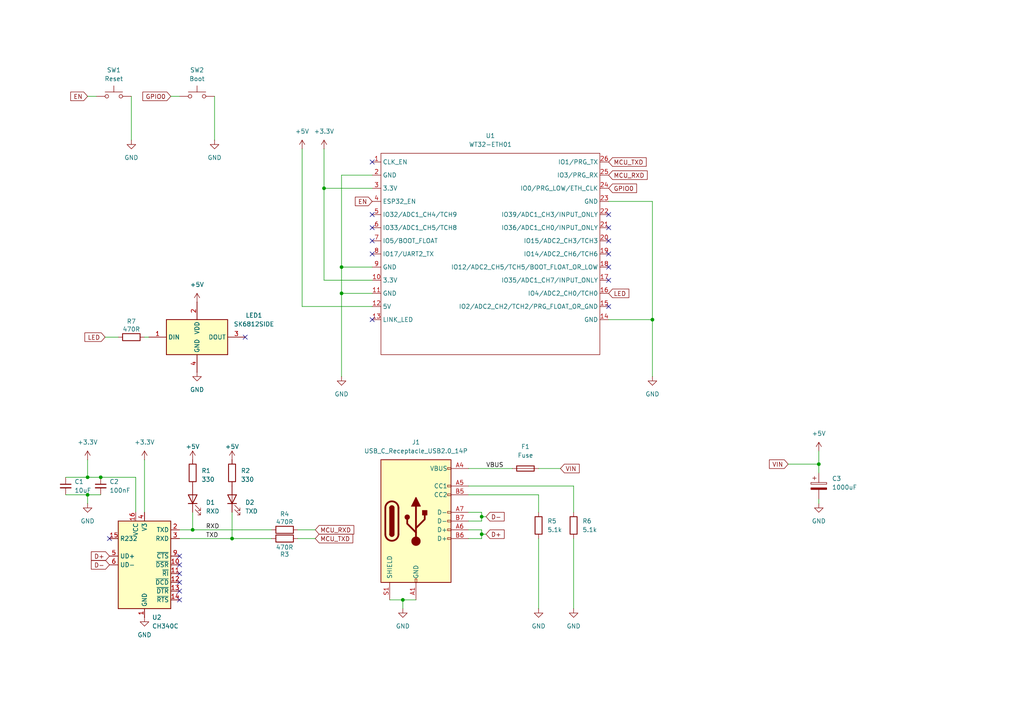
<source format=kicad_sch>
(kicad_sch (version 20231120) (generator "eeschema") (generator_version "8.0")
  (paper "A4")
  (lib_symbols
    (symbol "Connector:USB_C_Receptacle_USB2.0_14P" (pin_names (offset 1.016))
      (property "Reference" "J" (at 0 22.225 0))
      (property "Value" "USB_C_Receptacle_USB2.0_14P" (at 0 19.685 0))
      (symbol "USB_C_Receptacle_USB2.0_14P_0_0"
        (rectangle (start -0.254 -17.78) (end 0.254 -16.764))
        (rectangle (start 10.16 -4.826) (end 9.144 -5.334))
        (rectangle (start 10.16 -2.286) (end 9.144 -2.794))
        (rectangle (start 10.16 0.254) (end 9.144 -0.254))
        (rectangle (start 10.16 2.794) (end 9.144 2.286))
        (rectangle (start 10.16 7.874) (end 9.144 7.366))
        (rectangle (start 10.16 10.414) (end 9.144 9.906))
        (rectangle (start 10.16 15.494) (end 9.144 14.986))
      )
      (symbol "USB_C_Receptacle_USB2.0_14P_0_1"
        (rectangle (start -10.16 17.78) (end 10.16 -17.78) (stroke (width 0.254)) (fill (type background)))
        (arc (start -8.89 -3.81) (mid -6.985 -5.7067) (end -5.08 -3.81) (stroke (width 0.508)))
        (arc (start -7.62 -3.81) (mid -6.985 -4.4423) (end -6.35 -3.81) (stroke (width 0.254)))
        (arc (start -7.62 -3.81) (mid -6.985 -4.4423) (end -6.35 -3.81) (stroke (width 0.254)) (fill (type outline)))
        (rectangle (start -7.62 -3.81) (end -6.35 3.81) (stroke (width 0.254)) (fill (type outline)))
        (arc (start -6.35 3.81) (mid -6.985 4.4423) (end -7.62 3.81) (stroke (width 0.254)))
        (arc (start -6.35 3.81) (mid -6.985 4.4423) (end -7.62 3.81) (stroke (width 0.254)) (fill (type outline)))
        (arc (start -5.08 3.81) (mid -6.985 5.7067) (end -8.89 3.81) (stroke (width 0.508)))
        (circle (center -2.54 1.143) (radius 0.635) (stroke (width 0.254)) (fill (type outline)))
        (circle (center 0 -5.842) (radius 1.27) (fill (type outline)))
        (polyline (pts (xy -8.89 -3.81) (xy -8.89 3.81)) (stroke (width 0.508)))
        (polyline (pts (xy -5.08 3.81) (xy -5.08 -3.81)) (stroke (width 0.508)))
        (polyline (pts (xy 0 -5.842) (xy 0 4.318)) (stroke (width 0.508)))
        (polyline (pts (xy 0 -3.302) (xy -2.54 -0.762) (xy -2.54 0.508)) (stroke (width 0.508)))
        (polyline (pts (xy 0 -2.032) (xy 2.54 0.508) (xy 2.54 1.778)) (stroke (width 0.508)))
        (polyline (pts (xy -1.27 4.318) (xy 0 6.858) (xy 1.27 4.318) (xy -1.27 4.318)) (stroke (width 0.254)) (fill (type outline)))
        (rectangle (start 1.905 1.778) (end 3.175 3.048) (stroke (width 0.254)) (fill (type outline)))
      )
      (symbol "USB_C_Receptacle_USB2.0_14P_1_1"
        (pin passive line (at 0 -22.86 90) (length 5.08) (name "GND") (number "A1"))
        (pin passive line (at 0 -22.86 90) (length 5.08) hide (name "GND") (number "A12"))
        (pin passive line (at 15.24 15.24 180) (length 5.08) (name "VBUS") (number "A4"))
        (pin bidirectional line (at 15.24 10.16 180) (length 5.08) (name "CC1") (number "A5"))
        (pin bidirectional line (at 15.24 -2.54 180) (length 5.08) (name "D+") (number "A6"))
        (pin bidirectional line (at 15.24 2.54 180) (length 5.08) (name "D-") (number "A7"))
        (pin passive line (at 15.24 15.24 180) (length 5.08) hide (name "VBUS") (number "A9"))
        (pin passive line (at 0 -22.86 90) (length 5.08) hide (name "GND") (number "B1"))
        (pin passive line (at 0 -22.86 90) (length 5.08) hide (name "GND") (number "B12"))
        (pin passive line (at 15.24 15.24 180) (length 5.08) hide (name "VBUS") (number "B4"))
        (pin bidirectional line (at 15.24 7.62 180) (length 5.08) (name "CC2") (number "B5"))
        (pin bidirectional line (at 15.24 -5.08 180) (length 5.08) (name "D+") (number "B6"))
        (pin bidirectional line (at 15.24 0 180) (length 5.08) (name "D-") (number "B7"))
        (pin passive line (at 15.24 15.24 180) (length 5.08) hide (name "VBUS") (number "B9"))
        (pin passive line (at -7.62 -22.86 90) (length 5.08) (name "SHIELD") (number "S1"))
      )
    )
    (symbol "Device:C_Polarized" (pin_numbers hide) (pin_names (offset 0.254))
      (property "Reference" "C" (at 0.635 2.54 0))
      (property "Value" "C_Polarized" (at 0.635 -2.54 0))
      (symbol "C_Polarized_0_1"
        (rectangle (start -2.286 0.508) (end 2.286 1.016))
        (polyline (pts (xy -1.778 2.286) (xy -0.762 2.286)))
        (polyline (pts (xy -1.27 2.794) (xy -1.27 1.778)))
        (rectangle (start 2.286 -0.508) (end -2.286 -1.016) (fill (type outline)))
      )
      (symbol "C_Polarized_1_1"
        (pin passive line (at 0 3.81 270) (length 2.794) (name "~") (number "1"))
        (pin passive line (at 0 -3.81 90) (length 2.794) (name "~") (number "2"))
      )
    )
    (symbol "Device:C_Small" (pin_numbers hide) (pin_names (offset 0.254) hide)
      (property "Reference" "C" (at 0.254 1.778 0))
      (property "Value" "C_Small" (at 0.254 -2.032 0))
      (symbol "C_Small_0_1"
        (polyline (pts (xy -1.524 -0.508) (xy 1.524 -0.508)) (stroke (width 0.3302)))
        (polyline (pts (xy -1.524 0.508) (xy 1.524 0.508)) (stroke (width 0.3048)))
      )
      (symbol "C_Small_1_1"
        (pin passive line (at 0 2.54 270) (length 2.032) (name "~") (number "1"))
        (pin passive line (at 0 -2.54 90) (length 2.032) (name "~") (number "2"))
      )
    )
    (symbol "Device:Fuse" (pin_numbers hide) (pin_names (offset 0))
      (property "Reference" "F" (at 2.032 0 90))
      (property "Value" "Fuse" (at -1.905 0 90))
      (symbol "Fuse_0_1"
        (rectangle (start -0.762 -2.54) (end 0.762 2.54) (stroke (width 0.254)))
        (polyline (pts (xy 0 2.54) (xy 0 -2.54)))
      )
      (symbol "Fuse_1_1"
        (pin passive line (at 0 3.81 270) (length 1.27) (name "~") (number "1"))
        (pin passive line (at 0 -3.81 90) (length 1.27) (name "~") (number "2"))
      )
    )
    (symbol "Device:LED" (pin_numbers hide) (pin_names (offset 1.016) hide)
      (property "Reference" "D" (at 0 2.54 0))
      (property "Value" "LED" (at 0 -2.54 0))
      (symbol "LED_0_1"
        (polyline (pts (xy -1.27 -1.27) (xy -1.27 1.27)) (stroke (width 0.254)))
        (polyline (pts (xy -1.27 0) (xy 1.27 0)))
        (polyline (pts (xy 1.27 -1.27) (xy 1.27 1.27) (xy -1.27 0) (xy 1.27 -1.27)) (stroke (width 0.254)))
        (polyline (pts (xy -3.048 -0.762) (xy -4.572 -2.286) (xy -3.81 -2.286) (xy -4.572 -2.286) (xy -4.572 -1.524)))
        (polyline (pts (xy -1.778 -0.762) (xy -3.302 -2.286) (xy -2.54 -2.286) (xy -3.302 -2.286) (xy -3.302 -1.524)))
      )
      (symbol "LED_1_1"
        (pin passive line (at -3.81 0 0) (length 2.54) (name "K") (number "1"))
        (pin passive line (at 3.81 0 180) (length 2.54) (name "A") (number "2"))
      )
    )
    (symbol "Device:R" (pin_numbers hide) (pin_names (offset 0))
      (property "Reference" "R" (at 2.032 0 90))
      (property "Value" "R" (at 0 0 90))
      (symbol "R_0_1"
        (rectangle (start -1.016 -2.54) (end 1.016 2.54) (stroke (width 0.254)))
      )
      (symbol "R_1_1"
        (pin passive line (at 0 3.81 270) (length 1.27) (name "~") (number "1"))
        (pin passive line (at 0 -3.81 90) (length 1.27) (name "~") (number "2"))
      )
    )
    (symbol "Interface_USB:CH340C"
      (property "Reference" "U" (at -5.08 13.97 0))
      (property "Value" "CH340C" (at 1.27 13.97 0))
      (symbol "CH340C_0_1"
        (rectangle (start -7.62 12.7) (end 7.62 -12.7) (stroke (width 0.254)) (fill (type background)))
      )
      (symbol "CH340C_1_1"
        (pin power_in line (at 0 -15.24 90) (length 2.54) (name "GND") (number "1"))
        (pin input line (at 10.16 0 180) (length 2.54) (name "~{DSR}") (number "10"))
        (pin input line (at 10.16 -2.54 180) (length 2.54) (name "~{RI}") (number "11"))
        (pin input line (at 10.16 -5.08 180) (length 2.54) (name "~{DCD}") (number "12"))
        (pin output line (at 10.16 -7.62 180) (length 2.54) (name "~{DTR}") (number "13"))
        (pin output line (at 10.16 -10.16 180) (length 2.54) (name "~{RTS}") (number "14"))
        (pin input line (at -10.16 7.62 0) (length 2.54) (name "R232") (number "15"))
        (pin power_in line (at -2.54 15.24 270) (length 2.54) (name "VCC") (number "16"))
        (pin output line (at 10.16 10.16 180) (length 2.54) (name "TXD") (number "2"))
        (pin input line (at 10.16 7.62 180) (length 2.54) (name "RXD") (number "3"))
        (pin power_out line (at 0 15.24 270) (length 2.54) (name "V3") (number "4"))
        (pin bidirectional line (at -10.16 2.54 0) (length 2.54) (name "UD+") (number "5"))
        (pin bidirectional line (at -10.16 0 0) (length 2.54) (name "UD-") (number "6"))
        (pin no_connect line (at -7.62 -5.08 0) (length 2.54) hide (name "NC") (number "7"))
        (pin no_connect line (at -7.62 -7.62 0) (length 2.54) hide (name "NC") (number "8"))
        (pin input line (at 10.16 2.54 180) (length 2.54) (name "~{CTS}") (number "9"))
      )
    )
    (symbol "SK6812SIDE:SK6812SIDE"
      (property "Reference" "LED" (at -9.144 7.366 0))
      (property "Value" "SK6812SIDE" (at 0.508 -5.842 0))
      (symbol "SK6812SIDE_1_1"
        (rectangle (start -8.89 5.08) (end 8.89 -5.08) (stroke (width 0.254)) (fill (type background)))
        (pin passive line (at -13.97 0 0) (length 5.08) (name "DIN") (number "1"))
        (pin passive line (at 0 10.16 270) (length 5.08) (name "VDD") (number "2"))
        (pin passive line (at 13.97 0 180) (length 5.08) (name "DOUT") (number "3"))
        (pin passive line (at 0 -10.16 90) (length 5.08) (name "GND") (number "4"))
      )
    )
    (symbol "Switch:SW_Push" (pin_numbers hide) (pin_names (offset 1.016) hide)
      (property "Reference" "SW" (at 1.27 2.54 0))
      (property "Value" "SW_Push" (at 0 -1.524 0))
      (symbol "SW_Push_0_1"
        (circle (center -2.032 0) (radius 0.508))
        (polyline (pts (xy 0 1.27) (xy 0 3.048)))
        (polyline (pts (xy 2.54 1.27) (xy -2.54 1.27)))
        (circle (center 2.032 0) (radius 0.508))
        (pin passive line (at -5.08 0 0) (length 2.54) (name "1") (number "1"))
        (pin passive line (at 5.08 0 180) (length 2.54) (name "2") (number "2"))
      )
    )
    (symbol "WT32-ETH01:WT32-ETH01"
      (property "Reference" "U" (at 0 -22.86 0))
      (property "Value" "WT32-ETH01" (at 0 -25.4 0))
      (symbol "WT32-ETH01_0_1"
        (rectangle (start -31.75 29.21) (end 31.75 -29.21))
      )
      (symbol "WT32-ETH01_1_1"
        (pin bidirectional line (at -34.29 26.67 0) (length 2.54) (name "CLK_EN") (number "1"))
        (pin power_out line (at -34.29 -7.62 0) (length 2.54) (name "3.3V") (number "10"))
        (pin power_in line (at -34.29 -11.43 0) (length 2.54) (name "GND") (number "11"))
        (pin power_in line (at -34.29 -15.24 0) (length 2.54) (name "5V") (number "12"))
        (pin output line (at -34.29 -19.05 0) (length 2.54) (name "LINK_LED") (number "13"))
        (pin power_in line (at 34.29 -19.05 180) (length 2.54) (name "GND") (number "14"))
        (pin bidirectional line (at 34.29 -15.24 180) (length 2.54) (name "IO2/ADC2_CH2/TCH2/PRG_FLOAT_OR_GND") (number "15"))
        (pin bidirectional line (at 34.29 -11.43 180) (length 2.54) (name "IO4/ADC2_CH0/TCH0") (number "16"))
        (pin input line (at 34.29 -7.62 180) (length 2.54) (name "IO35/ADC1_CH7/INPUT_ONLY") (number "17"))
        (pin bidirectional line (at 34.29 -3.81 180) (length 2.54) (name "IO12/ADC2_CH5/TCH5/BOOT_FLOAT_OR_LOW") (number "18"))
        (pin bidirectional line (at 34.29 0 180) (length 2.54) (name "IO14/ADC2_CH6/TCH6") (number "19"))
        (pin power_in line (at -34.29 22.86 0) (length 2.54) (name "GND") (number "2"))
        (pin bidirectional line (at 34.29 3.81 180) (length 2.54) (name "IO15/ADC2_CH3/TCH3") (number "20"))
        (pin input line (at 34.29 7.62 180) (length 2.54) (name "IO36/ADC1_CH0/INPUT_ONLY") (number "21"))
        (pin input line (at 34.29 11.43 180) (length 2.54) (name "IO39/ADC1_CH3/INPUT_ONLY") (number "22"))
        (pin power_in line (at 34.29 15.24 180) (length 2.54) (name "GND") (number "23"))
        (pin bidirectional line (at 34.29 19.05 180) (length 2.54) (name "IO0/PRG_LOW/ETH_CLK") (number "24"))
        (pin bidirectional line (at 34.29 22.86 180) (length 2.54) (name "IO3/PRG_RX") (number "25"))
        (pin bidirectional line (at 34.29 26.67 180) (length 2.54) (name "IO1/PRG_TX") (number "26"))
        (pin power_out line (at -34.29 19.05 0) (length 2.54) (name "3.3V") (number "3"))
        (pin bidirectional line (at -34.29 15.24 0) (length 2.54) (name "ESP32_EN") (number "4"))
        (pin bidirectional line (at -34.29 11.43 0) (length 2.54) (name "IO32/ADC1_CH4/TCH9") (number "5"))
        (pin bidirectional line (at -34.29 7.62 0) (length 2.54) (name "IO33/ADC1_CH5/TCH8") (number "6"))
        (pin bidirectional line (at -34.29 3.81 0) (length 2.54) (name "IO5/BOOT_FLOAT") (number "7"))
        (pin bidirectional line (at -34.29 0 0) (length 2.54) (name "IO17/UART2_TX") (number "8"))
        (pin power_in line (at -34.29 -3.81 0) (length 2.54) (name "GND") (number "9"))
      )
    )
    (symbol "power:+3.3V" (power) (pin_numbers hide) (pin_names (offset 0) hide)
      (property "Value" "+3.3V" (at 0 3.556 0))
      (symbol "+3.3V_0_1"
        (polyline (pts (xy -0.762 1.27) (xy 0 2.54)))
        (polyline (pts (xy 0 0) (xy 0 2.54)))
        (polyline (pts (xy 0 2.54) (xy 0.762 1.27)))
      )
      (symbol "+3.3V_1_1"
        (pin power_in line (at 0 0 90) (length 0) (name "~") (number "1"))
      )
    )
    (symbol "power:+5V" (power) (pin_numbers hide) (pin_names (offset 0) hide)
      (property "Value" "+5V" (at 0 3.556 0))
      (symbol "+5V_0_1"
        (polyline (pts (xy -0.762 1.27) (xy 0 2.54)))
        (polyline (pts (xy 0 0) (xy 0 2.54)))
        (polyline (pts (xy 0 2.54) (xy 0.762 1.27)))
      )
      (symbol "+5V_1_1"
        (pin power_in line (at 0 0 90) (length 0) (name "~") (number "1"))
      )
    )
    (symbol "power:GND" (power) (pin_numbers hide) (pin_names (offset 0) hide)
      (property "Value" "GND" (at 0 -3.81 0))
      (symbol "GND_0_1"
        (polyline (pts (xy 0 0) (xy 0 -1.27) (xy 1.27 -1.27) (xy 0 -2.54) (xy -1.27 -1.27) (xy 0 -1.27)))
      )
      (symbol "GND_1_1"
        (pin power_in line (at 0 0 270) (length 0) (name "~") (number "1"))
      )
    )
  )
  (junction (at 93.98 54.61))
  (junction (at 25.4 143.51))
  (junction (at 99.06 77.47))
  (junction (at 29.21 138.43))
  (junction (at 139.7 154.94))
  (junction (at 189.23 92.71))
  (junction (at 237.49 134.62))
  (junction (at 116.84 173.99))
  (junction (at 99.06 85.09))
  (junction (at 25.4 138.43))
  (junction (at 67.31 156.21))
  (junction (at 55.88 153.67))
  (junction (at 139.7 149.86))
  (no_connect (at 52.07 171.45))
  (no_connect (at 176.53 88.9))
  (no_connect (at 52.07 168.91))
  (no_connect (at 107.95 69.85))
  (no_connect (at 176.53 81.28))
  (no_connect (at 176.53 69.85))
  (no_connect (at 31.75 156.21))
  (no_connect (at 107.95 73.66))
  (no_connect (at 71.12 97.79))
  (no_connect (at 52.07 163.83))
  (no_connect (at 52.07 173.99))
  (no_connect (at 176.53 73.66))
  (no_connect (at 176.53 66.04))
  (no_connect (at 107.95 62.23))
  (no_connect (at 176.53 77.47))
  (no_connect (at 107.95 92.71))
  (no_connect (at 107.95 46.99))
  (no_connect (at 176.53 62.23))
  (no_connect (at 52.07 161.29))
  (no_connect (at 107.95 66.04))
  (no_connect (at 52.07 166.37))
  (wire (pts (xy 156.21 143.51) (xy 135.89 143.51)))
  (wire (pts (xy 25.4 27.94) (xy 27.94 27.94)))
  (wire (pts (xy 99.06 85.09) (xy 99.06 109.22)))
  (wire (pts (xy 86.36 156.21) (xy 91.44 156.21)))
  (wire (pts (xy 52.07 156.21) (xy 67.31 156.21)))
  (wire (pts (xy 116.84 173.99) (xy 120.65 173.99)))
  (wire (pts (xy 93.98 54.61) (xy 107.95 54.61)))
  (wire (pts (xy 176.53 92.71) (xy 189.23 92.71)))
  (wire (pts (xy 93.98 81.28) (xy 107.95 81.28)))
  (wire (pts (xy 237.49 144.78) (xy 237.49 146.05)))
  (wire (pts (xy 62.23 27.94) (xy 62.23 40.64)))
  (wire (pts (xy 139.7 154.94) (xy 140.97 154.94)))
  (wire (pts (xy 99.06 50.8) (xy 99.06 77.47)))
  (wire (pts (xy 113.03 173.99) (xy 116.84 173.99)))
  (wire (pts (xy 139.7 154.94) (xy 139.7 153.67)))
  (wire (pts (xy 237.49 137.16) (xy 237.49 134.62)))
  (wire (pts (xy 107.95 50.8) (xy 99.06 50.8)))
  (wire (pts (xy 87.63 43.18) (xy 87.63 88.9)))
  (wire (pts (xy 25.4 143.51) (xy 29.21 143.51)))
  (wire (pts (xy 30.48 97.79) (xy 34.29 97.79)))
  (wire (pts (xy 52.07 153.67) (xy 55.88 153.67)))
  (wire (pts (xy 29.21 138.43) (xy 25.4 138.43)))
  (wire (pts (xy 176.53 58.42) (xy 189.23 58.42)))
  (wire (pts (xy 99.06 85.09) (xy 107.95 85.09)))
  (wire (pts (xy 139.7 149.86) (xy 140.97 149.86)))
  (wire (pts (xy 39.37 148.59) (xy 39.37 138.43)))
  (wire (pts (xy 139.7 149.86) (xy 139.7 151.13)))
  (wire (pts (xy 139.7 151.13) (xy 135.89 151.13)))
  (wire (pts (xy 156.21 135.89) (xy 162.56 135.89)))
  (wire (pts (xy 139.7 153.67) (xy 135.89 153.67)))
  (wire (pts (xy 99.06 77.47) (xy 99.06 85.09)))
  (wire (pts (xy 237.49 130.81) (xy 237.49 134.62)))
  (wire (pts (xy 156.21 156.21) (xy 156.21 176.53)))
  (wire (pts (xy 25.4 133.35) (xy 25.4 138.43)))
  (wire (pts (xy 166.37 156.21) (xy 166.37 176.53)))
  (wire (pts (xy 189.23 58.42) (xy 189.23 92.71)))
  (wire (pts (xy 99.06 77.47) (xy 107.95 77.47)))
  (wire (pts (xy 87.63 88.9) (xy 107.95 88.9)))
  (wire (pts (xy 41.91 97.79) (xy 43.18 97.79)))
  (wire (pts (xy 29.21 138.43) (xy 39.37 138.43)))
  (wire (pts (xy 67.31 148.59) (xy 67.31 156.21)))
  (wire (pts (xy 93.98 43.18) (xy 93.98 54.61)))
  (wire (pts (xy 38.1 27.94) (xy 38.1 40.64)))
  (wire (pts (xy 166.37 148.59) (xy 166.37 140.97)))
  (wire (pts (xy 135.89 135.89) (xy 148.59 135.89)))
  (wire (pts (xy 166.37 140.97) (xy 135.89 140.97)))
  (wire (pts (xy 49.53 27.94) (xy 52.07 27.94)))
  (wire (pts (xy 55.88 148.59) (xy 55.88 153.67)))
  (wire (pts (xy 116.84 173.99) (xy 116.84 176.53)))
  (wire (pts (xy 228.6 134.62) (xy 237.49 134.62)))
  (wire (pts (xy 55.88 153.67) (xy 78.74 153.67)))
  (wire (pts (xy 139.7 148.59) (xy 139.7 149.86)))
  (wire (pts (xy 135.89 156.21) (xy 139.7 156.21)))
  (wire (pts (xy 189.23 92.71) (xy 189.23 109.22)))
  (wire (pts (xy 25.4 143.51) (xy 25.4 146.05)))
  (wire (pts (xy 93.98 54.61) (xy 93.98 81.28)))
  (wire (pts (xy 86.36 153.67) (xy 91.44 153.67)))
  (wire (pts (xy 67.31 156.21) (xy 78.74 156.21)))
  (wire (pts (xy 19.05 143.51) (xy 25.4 143.51)))
  (wire (pts (xy 25.4 138.43) (xy 19.05 138.43)))
  (wire (pts (xy 135.89 148.59) (xy 139.7 148.59)))
  (wire (pts (xy 139.7 156.21) (xy 139.7 154.94)))
  (wire (pts (xy 156.21 148.59) (xy 156.21 143.51)))
  (wire (pts (xy 41.91 133.35) (xy 41.91 148.59)))
  (label "RXD" (at 59.69 153.67 0))
  (label "VBUS" (at 140.97 135.89 0))
  (label "TXD" (at 59.69 156.21 0))
  (global_label "VIN" (shape input) (at 162.56 135.89 0) (property "Intersheetrefs" "${INTERSHEET_REFS}" (effects (hide yes))))
  (global_label "GPIO0" (shape input) (at 49.53 27.94 180) (property "Intersheetrefs" "${INTERSHEET_REFS}" (effects (hide yes))))
  (global_label "EN" (shape input) (at 25.4 27.94 180) (property "Intersheetrefs" "${INTERSHEET_REFS}" (effects (hide yes))))
  (global_label "LED" (shape input) (at 176.53 85.09 0) (property "Intersheetrefs" "${INTERSHEET_REFS}" (effects (hide yes))))
  (global_label "MCU_RXD" (shape input) (at 176.53 50.8 0) (property "Intersheetrefs" "${INTERSHEET_REFS}" (effects (hide yes))))
  (global_label "EN" (shape input) (at 107.95 58.42 180) (property "Intersheetrefs" "${INTERSHEET_REFS}" (effects (hide yes))))
  (global_label "MCU_RXD" (shape input) (at 91.44 153.67 0) (property "Intersheetrefs" "${INTERSHEET_REFS}" (effects (hide yes))))
  (global_label "D+" (shape input) (at 140.97 154.94 0) (property "Intersheetrefs" "${INTERSHEET_REFS}" (effects (hide yes))))
  (global_label "GPIO0" (shape input) (at 176.53 54.61 0) (property "Intersheetrefs" "${INTERSHEET_REFS}" (effects (hide yes))))
  (global_label "MCU_TXD" (shape input) (at 176.53 46.99 0) (property "Intersheetrefs" "${INTERSHEET_REFS}" (effects (hide yes))))
  (global_label "MCU_TXD" (shape input) (at 91.44 156.21 0) (property "Intersheetrefs" "${INTERSHEET_REFS}" (effects (hide yes))))
  (global_label "LED" (shape input) (at 30.48 97.79 180) (property "Intersheetrefs" "${INTERSHEET_REFS}" (effects (hide yes))))
  (global_label "D+" (shape input) (at 31.75 161.29 180) (property "Intersheetrefs" "${INTERSHEET_REFS}" (effects (hide yes))))
  (global_label "VIN" (shape input) (at 228.6 134.62 180) (property "Intersheetrefs" "${INTERSHEET_REFS}" (effects (hide yes))))
  (global_label "D-" (shape input) (at 140.97 149.86 0) (property "Intersheetrefs" "${INTERSHEET_REFS}" (effects (hide yes))))
  (global_label "D-" (shape input) (at 31.75 163.83 180) (property "Intersheetrefs" "${INTERSHEET_REFS}" (effects (hide yes))))
  (symbol (lib_id "Device:R") (at 82.55 153.67 90) (unit 1)
    (property "Reference" "R4" (at 82.55 149.098 90))
    (property "Value" "470R" (at 82.55 151.384 90))
    (property "Footprint" "Resistor_SMD:R_0805_2012Metric_Pad1.20x1.40mm_HandSolder" (effects (hide yes)))
    (property "Description" "Resistor" (effects (hide yes)))
  )
  (symbol (lib_id "power:GND") (at 99.06 109.22 0) (unit 1)
    (property "Reference" "#PWR03" (effects (hide yes)))
    (property "Value" "GND" (at 99.06 114.3 0))
    (property "Description" "Power symbol creates a global label with name \"GND\" , ground" (effects (hide yes)))
  )
  (symbol (lib_id "power:GND") (at 189.23 109.22 0) (unit 1)
    (property "Reference" "#PWR05" (effects (hide yes)))
    (property "Value" "GND" (at 189.23 114.3 0))
    (property "Description" "Power symbol creates a global label with name \"GND\" , ground" (effects (hide yes)))
  )
  (symbol (lib_id "Device:C_Small") (at 19.05 140.97 0) (unit 1)
    (property "Reference" "C1" (at 21.59 139.7062 0) (effects (justify left)))
    (property "Value" "10uF" (at 21.59 142.2462 0) (effects (justify left)))
    (property "Footprint" "Capacitor_SMD:C_0805_2012Metric_Pad1.18x1.45mm_HandSolder" (effects (hide yes)))
    (property "Description" "Unpolarized capacitor, small symbol" (effects (hide yes)))
  )
  (symbol (lib_id "WT32-ETH01:WT32-ETH01") (at 142.24 73.66 0) (unit 1)
    (property "Reference" "U1" (at 142.24 39.37 0))
    (property "Value" "WT32-ETH01" (at 142.24 41.91 0))
    (property "Footprint" "WT32-ETH01:WT32-ETH01" (effects (hide yes)))
    (property "Description" "An ESP32 Dev board with onboard ethernet. Produced by wireless-tag." (effects (hide yes)))
  )
  (symbol (lib_id "power:+5V") (at 67.31 133.35 0) (unit 1)
    (property "Reference" "#PWR019" (effects (hide yes)))
    (property "Value" "+5V" (at 67.31 129.54 0))
  )
  (symbol (lib_id "Device:R") (at 156.21 152.4 180) (unit 1)
    (property "Reference" "R5" (at 158.75 151.1299 0) (effects (justify right)))
    (property "Value" "5.1k" (at 158.75 153.6699 0) (effects (justify right)))
    (property "Footprint" "Resistor_SMD:R_0805_2012Metric_Pad1.20x1.40mm_HandSolder" (effects (hide yes)))
    (property "Description" "Resistor" (effects (hide yes)))
  )
  (symbol (lib_id "Device:C_Small") (at 29.21 140.97 0) (unit 1)
    (property "Reference" "C2" (at 31.75 139.7062 0) (effects (justify left)))
    (property "Value" "100nF" (at 31.75 142.2462 0) (effects (justify left)))
    (property "Footprint" "Capacitor_SMD:C_0805_2012Metric_Pad1.18x1.45mm_HandSolder" (effects (hide yes)))
    (property "Description" "Unpolarized capacitor, small symbol" (effects (hide yes)))
  )
  (symbol (lib_id "power:+3.3V") (at 25.4 133.35 0) (unit 1)
    (property "Reference" "#PWR08" (effects (hide yes)))
    (property "Value" "+3.3V" (at 25.4 128.27 0))
    (property "Description" "Power symbol creates a global label with name \"+3.3V\"" (effects (hide yes)))
  )
  (symbol (lib_id "Device:C_Polarized") (at 237.49 140.97 0) (unit 1)
    (property "Reference" "C3" (at 241.3 138.8109 0) (effects (justify left)))
    (property "Value" "1000uF" (at 241.3 141.3509 0) (effects (justify left)))
    (property "Footprint" "Capacitor_SMD:C_Elec_10x10.2" (effects (hide yes)))
    (property "Description" "Polarized capacitor" (effects (hide yes)))
  )
  (symbol (lib_id "power:GND") (at 25.4 146.05 0) (unit 1)
    (property "Reference" "#PWR02" (effects (hide yes)))
    (property "Value" "GND" (at 25.4 151.13 0))
    (property "Description" "Power symbol creates a global label with name \"GND\" , ground" (effects (hide yes)))
  )
  (symbol (lib_id "power:+5V") (at 237.49 130.81 0) (unit 1)
    (property "Reference" "#PWR011" (effects (hide yes)))
    (property "Value" "+5V" (at 237.49 125.73 0))
    (property "Description" "Power symbol creates a global label with name \"+5V\"" (effects (hide yes)))
  )
  (symbol (lib_id "power:+5V") (at 55.88 133.35 0) (unit 1)
    (property "Reference" "#PWR018" (effects (hide yes)))
    (property "Value" "+5V" (at 55.88 129.54 0))
  )
  (symbol (lib_id "power:GND") (at 237.49 146.05 0) (unit 1)
    (property "Reference" "#PWR012" (effects (hide yes)))
    (property "Value" "GND" (at 237.49 151.13 0))
    (property "Description" "Power symbol creates a global label with name \"GND\" , ground" (effects (hide yes)))
  )
  (symbol (lib_id "Switch:SW_Push") (at 57.15 27.94 0) (unit 1)
    (property "Reference" "SW2" (at 57.15 20.32 0))
    (property "Value" "Boot" (at 57.15 22.86 0))
    (property "Footprint" "Pushbutton 3x4x2mm:Pushbutton 3x4x2mm" (effects (hide yes)))
    (property "Description" "Push button switch, generic, two pins" (effects (hide yes)))
  )
  (symbol (lib_id "power:GND") (at 57.15 107.95 0) (unit 1)
    (property "Reference" "#PWR016" (effects (hide yes)))
    (property "Value" "GND" (at 57.15 113.03 0))
    (property "Description" "Power symbol creates a global label with name \"GND\" , ground" (effects (hide yes)))
  )
  (symbol (lib_id "Device:LED") (at 55.88 144.78 90) (unit 1)
    (property "Reference" "D1" (at 59.69 145.7325 90) (effects (justify right)))
    (property "Value" "RXD" (at 59.69 148.2725 90) (effects (justify right)))
    (property "Footprint" "LED_SMD:LED_0805_2012Metric" (effects (hide yes)))
    (property "LCSC Part #" "C131244" (effects (hide yes)))
  )
  (symbol (lib_id "power:+3.3V") (at 41.91 133.35 0) (unit 1)
    (property "Reference" "#PWR017" (effects (hide yes)))
    (property "Value" "+3.3V" (at 41.91 128.27 0))
    (property "Description" "Power symbol creates a global label with name \"+3.3V\"" (effects (hide yes)))
  )
  (symbol (lib_id "SK6812SIDE:SK6812SIDE") (at 57.15 97.79 0) (unit 1)
    (property "Reference" "LED1" (at 73.66 91.4714 0))
    (property "Value" "SK6812SIDE" (at 73.66 94.0114 0))
    (property "Footprint" "SK6812SIDE:SK6812SIDE" (effects (hide yes)))
    (property "Datasheet" "https://www.lcsc.com/product-detail/Light-Emitting-Diodes-LED_OPSCO-Optoelectronics-SK6812SIDE-A-RVS_C2890037.html" (effects (hide yes)))
    (property "Description" "SMD,2x4mm RGB LEDs(Built-in IC) ROHS" (effects (hide yes)))
    (property "Height" "1.6" (effects (hide yes)))
    (property "Manufacturer_Name" "Opsco" (effects (hide yes)))
    (property "Manufacturer_Part_Number" "SK6812SIDE" (effects (hide yes)))
  )
  (symbol (lib_id "power:GND") (at 116.84 176.53 0) (unit 1)
    (property "Reference" "#PWR01" (effects (hide yes)))
    (property "Value" "GND" (at 116.84 181.61 0))
    (property "Description" "Power symbol creates a global label with name \"GND\" , ground" (effects (hide yes)))
  )
  (symbol (lib_id "Switch:SW_Push") (at 33.02 27.94 0) (unit 1)
    (property "Reference" "SW1" (at 33.02 20.32 0))
    (property "Value" "Reset" (at 33.02 22.86 0))
    (property "Footprint" "Pushbutton 3x4x2mm:Pushbutton 3x4x2mm" (effects (hide yes)))
    (property "Description" "Push button switch, generic, two pins" (effects (hide yes)))
  )
  (symbol (lib_id "power:+5V") (at 57.15 87.63 0) (unit 1)
    (property "Reference" "#PWR015" (effects (hide yes)))
    (property "Value" "+5V" (at 57.15 82.55 0))
    (property "Description" "Power symbol creates a global label with name \"+5V\"" (effects (hide yes)))
  )
  (symbol (lib_id "Device:R") (at 82.55 156.21 90) (unit 1)
    (property "Reference" "R3" (at 82.55 160.782 90))
    (property "Value" "470R" (at 82.55 158.75 90))
    (property "Footprint" "Resistor_SMD:R_0805_2012Metric_Pad1.20x1.40mm_HandSolder" (effects (hide yes)))
    (property "Description" "Resistor" (effects (hide yes)))
  )
  (symbol (lib_id "Device:R") (at 38.1 97.79 90) (unit 1)
    (property "Reference" "R7" (at 38.1 93.218 90))
    (property "Value" "470R" (at 38.1 95.504 90))
    (property "Footprint" "Resistor_SMD:R_0805_2012Metric_Pad1.20x1.40mm_HandSolder" (effects (hide yes)))
    (property "Description" "Resistor" (effects (hide yes)))
  )
  (symbol (lib_id "power:+5V") (at 87.63 43.18 0) (unit 1)
    (property "Reference" "#PWR07" (effects (hide yes)))
    (property "Value" "+5V" (at 87.63 38.1 0))
    (property "Description" "Power symbol creates a global label with name \"+5V\"" (effects (hide yes)))
  )
  (symbol (lib_id "power:GND") (at 41.91 179.07 0) (unit 1)
    (property "Reference" "#PWR04" (effects (hide yes)))
    (property "Value" "GND" (at 41.91 184.15 0))
    (property "Description" "Power symbol creates a global label with name \"GND\" , ground" (effects (hide yes)))
  )
  (symbol (lib_id "power:GND") (at 166.37 176.53 0) (unit 1)
    (property "Reference" "#PWR010" (effects (hide yes)))
    (property "Value" "GND" (at 166.37 181.61 0))
    (property "Description" "Power symbol creates a global label with name \"GND\" , ground" (effects (hide yes)))
  )
  (symbol (lib_id "Interface_USB:CH340C") (at 41.91 163.83 0) (unit 1)
    (property "Reference" "U2" (at 44.1041 179.07 0) (effects (justify left)))
    (property "Value" "CH340C" (at 44.1041 181.61 0) (effects (justify left)))
    (property "Footprint" "Package_SO:SOIC-16_3.9x9.9mm_P1.27mm" (effects (hide yes)))
    (property "Datasheet" "https://datasheet.lcsc.com/szlcsc/Jiangsu-Qin-Heng-CH340C_C84681.pdf" (effects (hide yes)))
    (property "Description" "USB serial converter, crystal-less, UART, SOIC-16" (effects (hide yes)))
  )
  (symbol (lib_id "Device:R") (at 67.31 137.16 0) (unit 1)
    (property "Reference" "R2" (at 69.85 136.525 0) (effects (justify left)))
    (property "Value" "330" (at 69.85 139.065 0) (effects (justify left)))
    (property "Footprint" "Resistor_SMD:R_0805_2012Metric_Pad1.20x1.40mm_HandSolder" (effects (hide yes)))
    (property "LCSC Part #" "C17630" (effects (hide yes)))
  )
  (symbol (lib_id "power:+3.3V") (at 93.98 43.18 0) (unit 1)
    (property "Reference" "#PWR06" (effects (hide yes)))
    (property "Value" "+3.3V" (at 93.98 38.1 0))
    (property "Description" "Power symbol creates a global label with name \"+3.3V\"" (effects (hide yes)))
  )
  (symbol (lib_id "power:GND") (at 62.23 40.64 0) (unit 1)
    (property "Reference" "#PWR014" (effects (hide yes)))
    (property "Value" "GND" (at 62.23 45.72 0))
    (property "Description" "Power symbol creates a global label with name \"GND\" , ground" (effects (hide yes)))
  )
  (symbol (lib_id "Device:R") (at 55.88 137.16 0) (unit 1)
    (property "Reference" "R1" (at 58.42 136.525 0) (effects (justify left)))
    (property "Value" "330" (at 58.42 139.065 0) (effects (justify left)))
    (property "Footprint" "Resistor_SMD:R_0805_2012Metric_Pad1.20x1.40mm_HandSolder" (effects (hide yes)))
    (property "LCSC Part #" "C17630" (effects (hide yes)))
  )
  (symbol (lib_id "power:GND") (at 38.1 40.64 0) (unit 1)
    (property "Reference" "#PWR013" (effects (hide yes)))
    (property "Value" "GND" (at 38.1 45.72 0))
    (property "Description" "Power symbol creates a global label with name \"GND\" , ground" (effects (hide yes)))
  )
  (symbol (lib_id "power:GND") (at 156.21 176.53 0) (unit 1)
    (property "Reference" "#PWR09" (effects (hide yes)))
    (property "Value" "GND" (at 156.21 181.61 0))
    (property "Description" "Power symbol creates a global label with name \"GND\" , ground" (effects (hide yes)))
  )
  (symbol (lib_id "Connector:USB_C_Receptacle_USB2.0_14P") (at 120.65 151.13 0) (unit 1)
    (property "Reference" "J1" (at 120.65 128.27 0))
    (property "Value" "USB_C_Receptacle_USB2.0_14P" (at 120.65 130.81 0))
    (property "Footprint" "Connector_USB:USB_C_Receptacle_GCT_USB4105-xx-A_16P_TopMnt_Horizontal" (effects (hide yes)))
    (property "Datasheet" "https://www.usb.org/sites/default/files/documents/usb_type-c.zip" (effects (hide yes)))
    (property "Description" "USB 2.0-only 14P Type-C Receptacle connector" (effects (hide yes)))
  )
  (symbol (lib_id "Device:R") (at 166.37 152.4 180) (unit 1)
    (property "Reference" "R6" (at 168.91 151.1299 0) (effects (justify right)))
    (property "Value" "5.1k" (at 168.91 153.6699 0) (effects (justify right)))
    (property "Footprint" "Resistor_SMD:R_0805_2012Metric_Pad1.20x1.40mm_HandSolder" (effects (hide yes)))
    (property "Description" "Resistor" (effects (hide yes)))
  )
  (symbol (lib_id "Device:LED") (at 67.31 144.78 90) (unit 1)
    (property "Reference" "D2" (at 71.12 145.7325 90) (effects (justify right)))
    (property "Value" "TXD" (at 71.12 148.2725 90) (effects (justify right)))
    (property "Footprint" "LED_SMD:LED_0805_2012Metric" (effects (hide yes)))
    (property "LCSC Part #" "C131244" (effects (hide yes)))
  )
  (symbol (lib_id "Device:Fuse") (at 152.4 135.89 90) (unit 1)
    (property "Reference" "F1" (at 152.4 129.54 90))
    (property "Value" "Fuse" (at 152.4 132.08 90))
    (property "Footprint" "Fuse:Fuse_0805_2012Metric_Pad1.15x1.40mm_HandSolder" (effects (hide yes)))
    (property "Description" "Fuse" (effects (hide yes)))
  )
)
</source>
